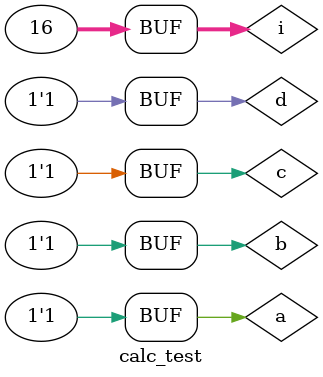
<source format=v>
module calc_test();
reg a, b, c, d;
wire ans;

calc c1(ans, a, b, c, d);
integer i;
initial begin
    $monitor("a = %d, b = %d, c = %d, d = %d, ans is: %d",a, b, c ,d, ans);
    for (i = 0; i < 16; i = i+1) 
    begin
        #100 {a, b, c ,d} = i;
    end
    #200;
end


endmodule

</source>
